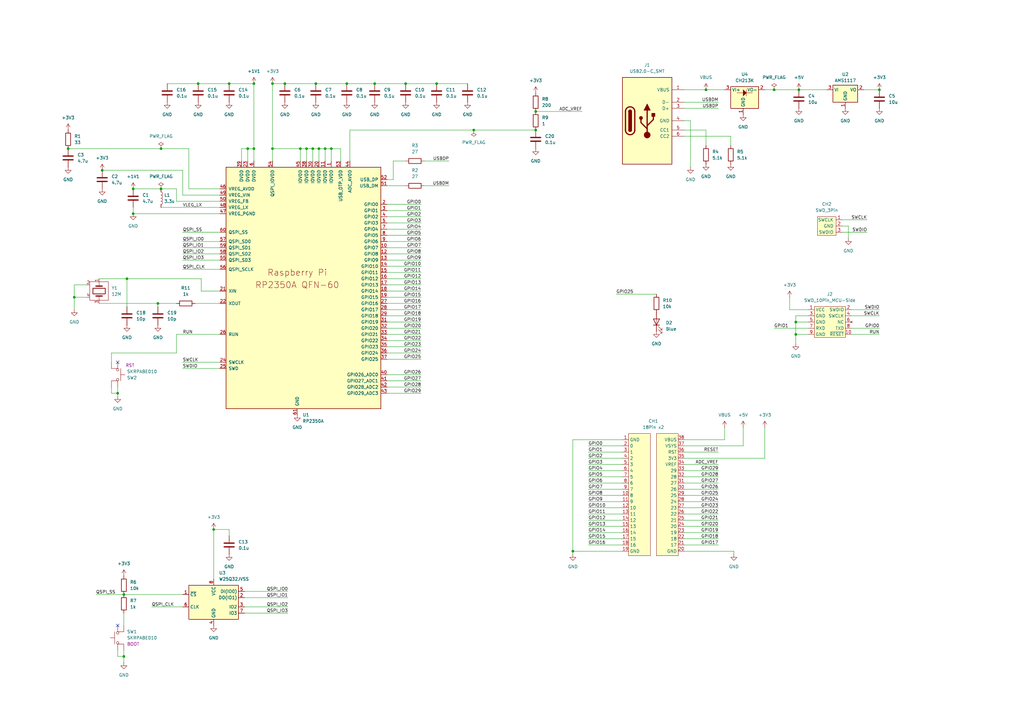
<source format=kicad_sch>
(kicad_sch (version 20231120) (generator "eeschema") (generator_version "8.0")
  (paper "A3")
  (junction (at 111.76 34.29))
  (junction (at 87.63 217.17))
  (junction (at 52.07 114.3))
  (junction (at 326.39 137.16))
  (junction (at 317.5 36.83))
  (junction (at 194.31 53.34))
  (junction (at 54.61 87.63))
  (junction (at 133.35 60.96))
  (junction (at 54.61 77.47))
  (junction (at 30.48 121.92))
  (junction (at 234.95 226.06))
  (junction (at 50.8 269.24))
  (junction (at 111.76 60.96))
  (junction (at 128.27 60.96))
  (junction (at 104.14 34.29))
  (junction (at 179.07 34.29))
  (junction (at 123.19 60.96))
  (junction (at 93.98 34.29))
  (junction (at 48.26 161.29))
  (junction (at 125.73 60.96))
  (junction (at 142.24 34.29))
  (junction (at 116.84 34.29))
  (junction (at 153.67 34.29))
  (junction (at 130.81 60.96))
  (junction (at 219.71 53.34))
  (junction (at 81.28 34.29))
  (junction (at 219.71 45.72))
  (junction (at 27.94 60.96))
  (junction (at 41.91 69.85))
  (junction (at 101.6 60.96))
  (junction (at 166.37 34.29))
  (junction (at 50.8 243.84))
  (junction (at 64.77 124.46))
  (junction (at 327.66 36.83))
  (junction (at 129.54 34.29))
  (junction (at 289.56 36.83))
  (junction (at 360.68 36.83))
  (junction (at 104.14 60.96))
  (junction (at 135.89 60.96))
  (junction (at 326.39 132.08))
  (junction (at 66.04 77.47))
  (junction (at 66.04 60.96))
  (no_connect (at 48.26 148.59))
  (no_connect (at 48.26 256.54))
  (wire (pts (xy 62.23 248.92) (xy 74.93 248.92)))
  (wire (pts (xy 326.39 137.16) (xy 326.39 140.97)))
  (wire (pts (xy 255.27 220.98) (xy 241.3 220.98)))
  (wire (pts (xy 280.67 215.9) (xy 294.64 215.9)))
  (wire (pts (xy 130.81 66.04) (xy 130.81 60.96)))
  (wire (pts (xy 111.76 34.29) (xy 116.84 34.29)))
  (wire (pts (xy 66.04 60.96) (xy 27.94 60.96)))
  (wire (pts (xy 280.67 180.34) (xy 297.18 180.34)))
  (wire (pts (xy 255.27 210.82) (xy 241.3 210.82)))
  (wire (pts (xy 39.37 243.84) (xy 50.8 243.84)))
  (wire (pts (xy 74.93 110.49) (xy 90.17 110.49)))
  (wire (pts (xy 90.17 77.47) (xy 77.47 77.47)))
  (wire (pts (xy 304.8 182.88) (xy 280.67 182.88)))
  (wire (pts (xy 72.39 137.16) (xy 90.17 137.16)))
  (wire (pts (xy 153.67 34.29) (xy 166.37 34.29)))
  (wire (pts (xy 304.8 175.26) (xy 304.8 182.88)))
  (wire (pts (xy 48.26 158.75) (xy 48.26 161.29)))
  (wire (pts (xy 77.47 77.47) (xy 77.47 60.96)))
  (wire (pts (xy 93.98 34.29) (xy 104.14 34.29)))
  (wire (pts (xy 280.67 205.74) (xy 294.64 205.74)))
  (wire (pts (xy 80.01 124.46) (xy 90.17 124.46)))
  (wire (pts (xy 133.35 60.96) (xy 133.35 66.04)))
  (wire (pts (xy 130.81 60.96) (xy 133.35 60.96)))
  (wire (pts (xy 125.73 60.96) (xy 128.27 60.96)))
  (wire (pts (xy 323.85 121.92) (xy 323.85 127)))
  (wire (pts (xy 158.75 106.68) (xy 172.72 106.68)))
  (wire (pts (xy 166.37 34.29) (xy 179.07 34.29)))
  (wire (pts (xy 331.47 129.54) (xy 326.39 129.54)))
  (wire (pts (xy 345.44 95.25) (xy 355.6 95.25)))
  (wire (pts (xy 317.5 36.83) (xy 327.66 36.83)))
  (wire (pts (xy 158.75 124.46) (xy 172.72 124.46)))
  (wire (pts (xy 133.35 60.96) (xy 135.89 60.96)))
  (wire (pts (xy 280.67 203.2) (xy 294.64 203.2)))
  (wire (pts (xy 74.93 99.06) (xy 90.17 99.06)))
  (wire (pts (xy 158.75 129.54) (xy 172.72 129.54)))
  (wire (pts (xy 158.75 116.84) (xy 172.72 116.84)))
  (wire (pts (xy 349.25 127) (xy 360.68 127)))
  (wire (pts (xy 280.67 200.66) (xy 294.64 200.66)))
  (wire (pts (xy 219.71 45.72) (xy 238.76 45.72)))
  (wire (pts (xy 50.8 256.54) (xy 50.8 251.46)))
  (wire (pts (xy 72.39 144.78) (xy 72.39 137.16)))
  (wire (pts (xy 255.27 200.66) (xy 241.3 200.66)))
  (wire (pts (xy 116.84 34.29) (xy 129.54 34.29)))
  (wire (pts (xy 54.61 77.47) (xy 66.04 77.47)))
  (wire (pts (xy 280.67 187.96) (xy 313.69 187.96)))
  (wire (pts (xy 143.51 53.34) (xy 194.31 53.34)))
  (wire (pts (xy 158.75 142.24) (xy 172.72 142.24)))
  (wire (pts (xy 99.06 66.04) (xy 99.06 60.96)))
  (wire (pts (xy 158.75 88.9) (xy 172.72 88.9)))
  (wire (pts (xy 299.72 55.88) (xy 299.72 59.69)))
  (wire (pts (xy 90.17 85.09) (xy 66.04 85.09)))
  (wire (pts (xy 283.21 49.53) (xy 280.67 49.53)))
  (wire (pts (xy 158.75 139.7) (xy 172.72 139.7)))
  (wire (pts (xy 349.25 134.62) (xy 360.68 134.62)))
  (wire (pts (xy 327.66 36.83) (xy 339.09 36.83)))
  (wire (pts (xy 81.28 34.29) (xy 93.98 34.29)))
  (wire (pts (xy 354.33 36.83) (xy 360.68 36.83)))
  (wire (pts (xy 347.98 92.71) (xy 347.98 97.79)))
  (wire (pts (xy 74.93 148.59) (xy 90.17 148.59)))
  (wire (pts (xy 128.27 66.04) (xy 128.27 60.96)))
  (wire (pts (xy 77.47 60.96) (xy 66.04 60.96)))
  (wire (pts (xy 313.69 187.96) (xy 313.69 175.26)))
  (wire (pts (xy 349.25 129.54) (xy 360.68 129.54)))
  (wire (pts (xy 300.99 227.33) (xy 300.99 226.06)))
  (wire (pts (xy 313.69 36.83) (xy 317.5 36.83)))
  (wire (pts (xy 72.39 82.55) (xy 72.39 77.47)))
  (wire (pts (xy 123.19 60.96) (xy 111.76 60.96)))
  (wire (pts (xy 280.67 36.83) (xy 289.56 36.83)))
  (wire (pts (xy 74.93 80.01) (xy 74.93 69.85)))
  (wire (pts (xy 52.07 125.73) (xy 52.07 114.3)))
  (wire (pts (xy 234.95 180.34) (xy 255.27 180.34)))
  (wire (pts (xy 74.93 101.6) (xy 90.17 101.6)))
  (wire (pts (xy 234.95 226.06) (xy 255.27 226.06)))
  (wire (pts (xy 280.67 198.12) (xy 294.64 198.12)))
  (wire (pts (xy 158.75 144.78) (xy 172.72 144.78)))
  (wire (pts (xy 317.5 134.62) (xy 331.47 134.62)))
  (wire (pts (xy 158.75 96.52) (xy 172.72 96.52)))
  (wire (pts (xy 158.75 121.92) (xy 172.72 121.92)))
  (wire (pts (xy 280.67 226.06) (xy 300.99 226.06)))
  (wire (pts (xy 101.6 66.04) (xy 101.6 60.96)))
  (wire (pts (xy 45.72 158.75) (xy 45.72 161.29)))
  (wire (pts (xy 255.27 182.88) (xy 241.3 182.88)))
  (wire (pts (xy 50.8 271.78) (xy 50.8 269.24)))
  (wire (pts (xy 158.75 132.08) (xy 172.72 132.08)))
  (wire (pts (xy 255.27 185.42) (xy 241.3 185.42)))
  (wire (pts (xy 234.95 226.06) (xy 234.95 180.34)))
  (wire (pts (xy 48.26 161.29) (xy 48.26 162.56)))
  (wire (pts (xy 93.98 217.17) (xy 93.98 219.71)))
  (wire (pts (xy 280.67 44.45) (xy 294.64 44.45)))
  (wire (pts (xy 326.39 137.16) (xy 331.47 137.16)))
  (wire (pts (xy 158.75 156.21) (xy 172.72 156.21)))
  (wire (pts (xy 166.37 66.04) (xy 161.29 66.04)))
  (wire (pts (xy 100.33 248.92) (xy 118.11 248.92)))
  (wire (pts (xy 173.99 76.2) (xy 184.15 76.2)))
  (wire (pts (xy 255.27 193.04) (xy 241.3 193.04)))
  (wire (pts (xy 280.67 53.34) (xy 289.56 53.34)))
  (wire (pts (xy 194.31 53.34) (xy 219.71 53.34)))
  (wire (pts (xy 135.89 60.96) (xy 135.89 66.04)))
  (wire (pts (xy 255.27 208.28) (xy 241.3 208.28)))
  (wire (pts (xy 158.75 99.06) (xy 172.72 99.06)))
  (wire (pts (xy 158.75 111.76) (xy 172.72 111.76)))
  (wire (pts (xy 64.77 124.46) (xy 64.77 125.73)))
  (wire (pts (xy 35.56 116.84) (xy 30.48 116.84)))
  (wire (pts (xy 139.7 60.96) (xy 139.7 66.04)))
  (wire (pts (xy 50.8 269.24) (xy 50.8 266.7)))
  (wire (pts (xy 255.27 223.52) (xy 241.3 223.52)))
  (wire (pts (xy 326.39 129.54) (xy 326.39 132.08)))
  (wire (pts (xy 255.27 215.9) (xy 241.3 215.9)))
  (wire (pts (xy 326.39 132.08) (xy 331.47 132.08)))
  (wire (pts (xy 255.27 218.44) (xy 241.3 218.44)))
  (wire (pts (xy 255.27 195.58) (xy 241.3 195.58)))
  (wire (pts (xy 104.14 60.96) (xy 104.14 66.04)))
  (wire (pts (xy 45.72 144.78) (xy 72.39 144.78)))
  (wire (pts (xy 30.48 116.84) (xy 30.48 121.92)))
  (wire (pts (xy 100.33 251.46) (xy 118.11 251.46)))
  (wire (pts (xy 125.73 66.04) (xy 125.73 60.96)))
  (wire (pts (xy 90.17 87.63) (xy 54.61 87.63)))
  (wire (pts (xy 280.67 193.04) (xy 294.64 193.04)))
  (wire (pts (xy 158.75 147.32) (xy 172.72 147.32)))
  (wire (pts (xy 74.93 106.68) (xy 90.17 106.68)))
  (wire (pts (xy 255.27 213.36) (xy 241.3 213.36)))
  (wire (pts (xy 280.67 218.44) (xy 294.64 218.44)))
  (wire (pts (xy 142.24 34.29) (xy 153.67 34.29)))
  (wire (pts (xy 82.55 119.38) (xy 82.55 114.3)))
  (wire (pts (xy 280.67 223.52) (xy 294.64 223.52)))
  (wire (pts (xy 255.27 198.12) (xy 241.3 198.12)))
  (wire (pts (xy 30.48 121.92) (xy 35.56 121.92)))
  (wire (pts (xy 158.75 127) (xy 172.72 127)))
  (wire (pts (xy 158.75 93.98) (xy 172.72 93.98)))
  (wire (pts (xy 331.47 127) (xy 323.85 127)))
  (wire (pts (xy 158.75 101.6) (xy 172.72 101.6)))
  (wire (pts (xy 158.75 109.22) (xy 172.72 109.22)))
  (wire (pts (xy 255.27 190.5) (xy 241.3 190.5)))
  (wire (pts (xy 158.75 114.3) (xy 172.72 114.3)))
  (wire (pts (xy 64.77 124.46) (xy 72.39 124.46)))
  (wire (pts (xy 280.67 195.58) (xy 294.64 195.58)))
  (wire (pts (xy 30.48 121.92) (xy 30.48 127)))
  (wire (pts (xy 129.54 34.29) (xy 142.24 34.29)))
  (wire (pts (xy 255.27 187.96) (xy 241.3 187.96)))
  (wire (pts (xy 101.6 60.96) (xy 104.14 60.96)))
  (wire (pts (xy 52.07 114.3) (xy 82.55 114.3)))
  (wire (pts (xy 100.33 242.57) (xy 118.11 242.57)))
  (wire (pts (xy 128.27 60.96) (xy 130.81 60.96)))
  (wire (pts (xy 345.44 92.71) (xy 347.98 92.71)))
  (wire (pts (xy 289.56 53.34) (xy 289.56 59.69)))
  (wire (pts (xy 280.67 208.28) (xy 294.64 208.28)))
  (wire (pts (xy 280.67 190.5) (xy 294.64 190.5)))
  (wire (pts (xy 255.27 205.74) (xy 241.3 205.74)))
  (wire (pts (xy 158.75 158.75) (xy 172.72 158.75)))
  (wire (pts (xy 161.29 66.04) (xy 161.29 73.66)))
  (wire (pts (xy 143.51 53.34) (xy 143.51 66.04)))
  (wire (pts (xy 283.21 68.58) (xy 283.21 49.53)))
  (wire (pts (xy 158.75 91.44) (xy 172.72 91.44)))
  (wire (pts (xy 48.26 266.7) (xy 48.26 269.24)))
  (wire (pts (xy 104.14 34.29) (xy 104.14 60.96)))
  (wire (pts (xy 161.29 73.66) (xy 158.75 73.66)))
  (wire (pts (xy 280.67 220.98) (xy 294.64 220.98)))
  (wire (pts (xy 158.75 83.82) (xy 172.72 83.82)))
  (wire (pts (xy 48.26 269.24) (xy 50.8 269.24)))
  (wire (pts (xy 66.04 77.47) (xy 72.39 77.47)))
  (wire (pts (xy 100.33 245.11) (xy 118.11 245.11)))
  (wire (pts (xy 280.67 210.82) (xy 294.64 210.82)))
  (wire (pts (xy 280.67 55.88) (xy 299.72 55.88)))
  (wire (pts (xy 40.64 124.46) (xy 64.77 124.46)))
  (wire (pts (xy 99.06 60.96) (xy 101.6 60.96)))
  (wire (pts (xy 74.93 104.14) (xy 90.17 104.14)))
  (wire (pts (xy 280.67 213.36) (xy 294.64 213.36)))
  (wire (pts (xy 345.44 90.17) (xy 355.6 90.17)))
  (wire (pts (xy 255.27 203.2) (xy 241.3 203.2)))
  (wire (pts (xy 123.19 66.04) (xy 123.19 60.96)))
  (wire (pts (xy 289.56 36.83) (xy 297.18 36.83)))
  (wire (pts (xy 123.19 60.96) (xy 125.73 60.96)))
  (wire (pts (xy 158.75 137.16) (xy 172.72 137.16)))
  (wire (pts (xy 297.18 180.34) (xy 297.18 175.26)))
  (wire (pts (xy 158.75 134.62) (xy 172.72 134.62)))
  (wire (pts (xy 54.61 87.63) (xy 54.61 85.09)))
  (wire (pts (xy 158.75 76.2) (xy 166.37 76.2)))
  (wire (pts (xy 40.64 114.3) (xy 52.07 114.3)))
  (wire (pts (xy 326.39 132.08) (xy 326.39 137.16)))
  (wire (pts (xy 74.93 69.85) (xy 41.91 69.85)))
  (wire (pts (xy 280.67 185.42) (xy 294.64 185.42)))
  (wire (pts (xy 280.67 41.91) (xy 294.64 41.91)))
  (wire (pts (xy 68.58 34.29) (xy 81.28 34.29)))
  (wire (pts (xy 158.75 153.67) (xy 172.72 153.67)))
  (wire (pts (xy 45.72 144.78) (xy 45.72 148.59)))
  (wire (pts (xy 234.95 227.33) (xy 234.95 226.06)))
  (wire (pts (xy 252.73 120.65) (xy 269.24 120.65)))
  (wire (pts (xy 93.98 217.17) (xy 87.63 217.17)))
  (wire (pts (xy 158.75 104.14) (xy 172.72 104.14)))
  (wire (pts (xy 74.93 151.13) (xy 90.17 151.13)))
  (wire (pts (xy 90.17 82.55) (xy 72.39 82.55)))
  (wire (pts (xy 90.17 119.38) (xy 82.55 119.38)))
  (wire (pts (xy 74.93 95.25) (xy 90.17 95.25)))
  (wire (pts (xy 135.89 60.96) (xy 139.7 60.96)))
  (wire (pts (xy 111.76 60.96) (xy 111.76 66.04)))
  (wire (pts (xy 50.8 243.84) (xy 74.93 243.84)))
  (wire (pts (xy 45.72 161.29) (xy 48.26 161.29)))
  (wire (pts (xy 158.75 119.38) (xy 172.72 119.38)))
  (wire (pts (xy 179.07 34.29) (xy 191.77 34.29)))
  (wire (pts (xy 90.17 80.01) (xy 74.93 80.01)))
  (wire (pts (xy 173.99 66.04) (xy 184.15 66.04)))
  (wire (pts (xy 87.63 217.17) (xy 87.63 237.49)))
  (wire (pts (xy 158.75 86.36) (xy 172.72 86.36)))
  (wire (pts (xy 349.25 137.16) (xy 360.68 137.16)))
  (wire (pts (xy 111.76 34.29) (xy 111.76 60.96)))
  (wire (pts (xy 158.75 161.29) (xy 172.72 161.29)))
  (label "GPIO13" (at 241.3 215.9 0))
  (label "GPIO9" (at 172.72 106.68 180))
  (label "GPIO15" (at 241.3 220.98 0))
  (label "ADC_VREF" (at 238.76 45.72 180))
  (label "QSPI_IO0" (at 74.93 99.06 0))
  (label "GPIO11" (at 241.3 210.82 0))
  (label "QSPI_IO1" (at 74.93 101.6 0))
  (label "GPIO21" (at 172.72 137.16 180))
  (label "QSPI_IO3" (at 118.11 251.46 180))
  (label "GPIO14" (at 241.3 218.44 0))
  (label "GPIO0" (at 172.72 83.82 180))
  (label "GPIO23" (at 294.64 208.28 180))
  (label "SWDIO" (at 74.93 151.13 0))
  (label "GPIO26" (at 172.72 153.67 180))
  (label "GPIO5" (at 241.3 195.58 0))
  (label "GPIO6" (at 172.72 99.06 180))
  (label "GPIO7" (at 172.72 101.6 180))
  (label "GPIO13" (at 172.72 116.84 180))
  (label "GPIO17" (at 172.72 127 180))
  (label "GPIO4" (at 172.72 93.98 180))
  (label "QSPI_SS" (at 39.37 243.84 0))
  (label "QSPI_IO0" (at 118.11 242.57 180))
  (label "GPIO11" (at 172.72 111.76 180))
  (label "GPIO8" (at 241.3 203.2 0))
  (label "USBDM" (at 294.64 41.91 180))
  (label "USBDP" (at 294.64 44.45 180))
  (label "GPIO28" (at 294.64 195.58 180))
  (label "GPIO24" (at 172.72 144.78 180))
  (label "QSPI_CLK" (at 74.93 110.49 0))
  (label "GPIO25" (at 172.72 147.32 180))
  (label "QSPI_IO2" (at 74.93 104.14 0))
  (label "GPIO14" (at 172.72 119.38 180))
  (label "GPIO20" (at 294.64 215.9 180))
  (label "GPIO23" (at 172.72 142.24 180))
  (label "GPIO29" (at 172.72 161.29 180))
  (label "GPIO29" (at 294.64 193.04 180))
  (label "GPIO12" (at 241.3 213.36 0))
  (label "GPIO12" (at 172.72 114.3 180))
  (label "GPIO27" (at 172.72 156.21 180))
  (label "GPIO28" (at 172.72 158.75 180))
  (label "GPIO1" (at 172.72 86.36 180))
  (label "GPIO1" (at 317.5 134.62 0))
  (label "GPIO4" (at 241.3 193.04 0))
  (label "SWDIO" (at 360.68 127 180))
  (label "GPIO19" (at 172.72 132.08 180))
  (label "GPIO9" (at 241.3 205.74 0))
  (label "ADC_VREF" (at 294.64 190.5 180))
  (label "GPIO21" (at 294.64 213.36 180))
  (label "SWCLK" (at 74.93 148.59 0))
  (label "GPIO20" (at 172.72 134.62 180))
  (label "USBDP" (at 184.15 66.04 180))
  (label "QSPI_IO1" (at 118.11 245.11 180))
  (label "GPIO25" (at 252.73 120.65 0))
  (label "GPIO0" (at 241.3 182.88 0))
  (label "GPIO25" (at 294.64 203.2 180))
  (label "GPIO22" (at 294.64 210.82 180))
  (label "GPIO27" (at 294.64 198.12 180))
  (label "GPIO15" (at 172.72 121.92 180))
  (label "QSPI_SS" (at 74.93 95.25 0))
  (label "GPIO0" (at 360.68 134.62 180))
  (label "GPIO6" (at 241.3 198.12 0))
  (label "GPIO17" (at 294.64 223.52 180))
  (label "GPIO26" (at 294.64 200.66 180))
  (label "GPIO18" (at 294.64 220.98 180))
  (label "GPIO24" (at 294.64 205.74 180))
  (label "VLEG_LX" (at 74.93 85.09 0))
  (label "GPIO3" (at 172.72 91.44 180))
  (label "QSPI_CLK" (at 62.23 248.92 0))
  (label "SWCLK" (at 360.68 129.54 180))
  (label "GPIO7" (at 241.3 200.66 0))
  (label "USBDM" (at 184.15 76.2 180))
  (label "GPIO2" (at 172.72 88.9 180))
  (label "GPIO8" (at 172.72 104.14 180))
  (label "QSPI_IO3" (at 74.93 106.68 0))
  (label "SWCLK" (at 355.6 90.17 180))
  (label "GPIO22" (at 172.72 139.7 180))
  (label "GPIO5" (at 172.72 96.52 180))
  (label "RUN" (at 360.68 137.16 180))
  (label "GPIO19" (at 294.64 218.44 180))
  (label "GPIO18" (at 172.72 129.54 180))
  (label "GPIO10" (at 241.3 208.28 0))
  (label "RUN" (at 74.93 137.16 0))
  (label "QSPI_IO2" (at 118.11 248.92 180))
  (label "RESET" (at 294.64 185.42 180))
  (label "GPIO10" (at 172.72 109.22 180))
  (label "GPIO16" (at 241.3 223.52 0))
  (label "GPIO1" (at 241.3 185.42 0))
  (label "GPIO2" (at 241.3 187.96 0))
  (label "GPIO3" (at 241.3 190.5 0))
  (label "SWDIO" (at 355.6 95.25 180))
  (label "GPIO16" (at 172.72 124.46 180))
  (symbol (lib_id "power:GND") (at 27.94 68.58 0) (unit 1)
    (property "Reference" "#PWR06" (effects (hide yes)))
    (property "Value" "GND" (at 27.94 73.66 0))
    (property "Description" "Power symbol creates a global label with name \"GND\" , ground" (effects (hide yes)))
  )
  (symbol (lib_id "power:+3V3") (at 313.69 175.26 0) (unit 1)
    (property "Reference" "#PWR045" (effects (hide yes)))
    (property "Value" "+3V3" (at 313.69 170.18 0))
    (property "Description" "Power symbol creates a global label with name \"+3V3\"" (effects (hide yes)))
  )
  (symbol (lib_id "power:GND") (at 50.8 271.78 0) (unit 1)
    (property "Reference" "#PWR031" (effects (hide yes)))
    (property "Value" "GND" (at 50.8 276.86 0))
    (property "Description" "Power symbol creates a global label with name \"GND\" , ground" (effects (hide yes)))
  )
  (symbol (lib_id "power:GND") (at 116.84 41.91 0) (unit 1)
    (property "Reference" "#PWR016" (effects (hide yes)))
    (property "Value" "GND" (at 116.84 46.99 0))
    (property "Description" "Power symbol creates a global label with name \"GND\" , ground" (effects (hide yes)))
  )
  (symbol (lib_id "power:GND") (at 304.8 46.99 0) (unit 1)
    (property "Reference" "#PWR049" (effects (hide yes)))
    (property "Value" "GND" (at 304.8 52.07 0))
    (property "Description" "Power symbol creates a global label with name \"GND\" , ground" (effects (hide yes)))
  )
  (symbol (lib_id "power:GND") (at 41.91 77.47 0) (unit 1)
    (property "Reference" "#PWR03" (effects (hide yes)))
    (property "Value" "GND" (at 41.91 82.55 0))
    (property "Description" "Power symbol creates a global label with name \"GND\" , ground" (effects (hide yes)))
  )
  (symbol (lib_id "74th_Interface:SWD_10Pin_MCU-Side") (at 340.36 129.54 0) (unit 1)
    (property "Reference" "J2" (at 340.36 120.65 0))
    (property "Value" "SWD_10Pin_MCU-Side" (at 340.36 123.19 0))
    (property "Footprint" "74th:Connector_HalfPinHeader_SWD" (effects (hide yes)))
  )
  (symbol (lib_id "power:GND") (at 48.26 162.56 0) (unit 1)
    (property "Reference" "#PWR037" (effects (hide yes)))
    (property "Value" "GND" (at 48.26 167.64 0))
    (property "Description" "Power symbol creates a global label with name \"GND\" , ground" (effects (hide yes)))
  )
  (symbol (lib_id "Device:R") (at 269.24 124.46 180) (unit 1)
    (property "Reference" "R10" (at 271.78 123.1899 0) (effects (justify right)))
    (property "Value" "10k" (at 271.78 125.7299 0) (effects (justify right)))
    (property "Footprint" "74th:Register_0603_1608" (effects (hide yes)))
    (property "Description" "Resistor" (effects (hide yes)))
  )
  (symbol (lib_id "power:GND") (at 54.61 87.63 0) (unit 1)
    (property "Reference" "#PWR02" (effects (hide yes)))
    (property "Value" "GND" (at 54.61 92.71 0))
    (property "Description" "Power symbol creates a global label with name \"GND\" , ground" (effects (hide yes)))
  )
  (symbol (lib_id "power:GND") (at 269.24 135.89 0) (unit 1)
    (property "Reference" "#PWR040" (effects (hide yes)))
    (property "Value" "GND" (at 269.24 140.97 0))
    (property "Description" "Power symbol creates a global label with name \"GND\" , ground" (effects (hide yes)))
  )
  (symbol (lib_id "power:GND") (at 179.07 41.91 0) (unit 1)
    (property "Reference" "#PWR021" (effects (hide yes)))
    (property "Value" "GND" (at 179.07 46.99 0))
    (property "Description" "Power symbol creates a global label with name \"GND\" , ground" (effects (hide yes)))
  )
  (symbol (lib_id "power:GND") (at 93.98 41.91 0) (unit 1)
    (property "Reference" "#PWR027" (effects (hide yes)))
    (property "Value" "GND" (at 93.98 46.99 0))
    (property "Description" "Power symbol creates a global label with name \"GND\" , ground" (effects (hide yes)))
  )
  (symbol (lib_id "power:GND") (at 219.71 60.96 0) (unit 1)
    (property "Reference" "#PWR039" (effects (hide yes)))
    (property "Value" "GND" (at 219.71 66.04 0))
    (property "Description" "Power symbol creates a global label with name \"GND\" , ground" (effects (hide yes)))
  )
  (symbol (lib_id "Device:R") (at 50.8 240.03 0) (unit 1)
    (property "Reference" "R6" (at 53.34 238.7599 0) (effects (justify left)))
    (property "Value" "10k" (at 53.34 241.2999 0) (effects (justify left)))
    (property "Footprint" "74th:Register_0603_1608" (effects (hide yes)))
    (property "Description" "Resistor" (effects (hide yes)))
  )
  (symbol (lib_id "power:GND") (at 129.54 41.91 0) (unit 1)
    (property "Reference" "#PWR017" (effects (hide yes)))
    (property "Value" "GND" (at 129.54 46.99 0))
    (property "Description" "Power symbol creates a global label with name \"GND\" , ground" (effects (hide yes)))
  )
  (symbol (lib_id "power:GND") (at 153.67 41.91 0) (unit 1)
    (property "Reference" "#PWR019" (effects (hide yes)))
    (property "Value" "GND" (at 153.67 46.99 0))
    (property "Description" "Power symbol creates a global label with name \"GND\" , ground" (effects (hide yes)))
  )
  (symbol (lib_id "Device:R") (at 289.56 63.5 0) (unit 1)
    (property "Reference" "R4" (at 292.1 62.2299 0) (effects (justify left)))
    (property "Value" "5.1k" (at 292.1 64.7699 0) (effects (justify left)))
    (property "Footprint" "74th:Register_0603_1608" (effects (hide yes)))
    (property "Description" "Resistor" (effects (hide yes)))
  )
  (symbol (lib_id "power:VBUS") (at 289.56 36.83 0) (unit 1)
    (property "Reference" "#PWR047" (effects (hide yes)))
    (property "Value" "VBUS" (at 289.56 31.75 0))
    (property "Description" "Power symbol creates a global label with name \"VBUS\"" (effects (hide yes)))
  )
  (symbol (lib_id "power:+3V3") (at 219.71 38.1 0) (unit 1)
    (property "Reference" "#PWR038" (effects (hide yes)))
    (property "Value" "+3V3" (at 219.71 33.02 0))
    (property "Description" "Power symbol creates a global label with name \"+3V3\"" (effects (hide yes)))
  )
  (symbol (lib_id "power:GND") (at 93.98 227.33 0) (unit 1)
    (property "Reference" "#PWR029" (effects (hide yes)))
    (property "Value" "GND" (at 93.98 232.41 0))
    (property "Description" "Power symbol creates a global label with name \"GND\" , ground" (effects (hide yes)))
  )
  (symbol (lib_id "Device:C") (at 54.61 81.28 0) (unit 1)
    (property "Reference" "C1" (at 58.42 80.0099 0) (effects (justify left)))
    (property "Value" "4.7u" (at 58.42 82.5499 0) (effects (justify left)))
    (property "Footprint" "74th:Capacitor_0603_1608" (effects (hide yes)))
    (property "Description" "Unpolarized capacitor" (effects (hide yes)))
  )
  (symbol (lib_id "Device:R") (at 299.72 63.5 0) (unit 1)
    (property "Reference" "R5" (at 302.26 62.2299 0) (effects (justify left)))
    (property "Value" "5.1k" (at 302.26 64.7699 0) (effects (justify left)))
    (property "Footprint" "74th:Register_0603_1608" (effects (hide yes)))
    (property "Description" "Resistor" (effects (hide yes)))
  )
  (symbol (lib_id "power:GND") (at 360.68 44.45 0) (unit 1)
    (property "Reference" "#PWR09" (effects (hide yes)))
    (property "Value" "GND" (at 360.68 49.53 0))
    (property "Description" "Power symbol creates a global label with name \"GND\" , ground" (effects (hide yes)))
  )
  (symbol (lib_id "Device:C") (at 142.24 38.1 0) (unit 1)
    (property "Reference" "C8" (at 146.05 36.8299 0) (effects (justify left)))
    (property "Value" "0.1u" (at 146.05 39.3699 0) (effects (justify left)))
    (property "Footprint" "74th:Capacitor_0603_1608" (effects (hide yes)))
    (property "Description" "Unpolarized capacitor" (effects (hide yes)))
  )
  (symbol (lib_id "power:PWR_FLAG") (at 66.04 60.96 0) (unit 1)
    (property "Reference" "#FLG03" (effects (hide yes)))
    (property "Value" "PWR_FLAG" (at 66.04 55.88 0))
    (property "Description" "Special symbol for telling ERC where power comes from" (effects (hide yes)))
  )
  (symbol (lib_id "Device:C") (at 52.07 129.54 0) (unit 1)
    (property "Reference" "C18" (at 55.88 128.2699 0) (effects (justify left)))
    (property "Value" "10p" (at 55.88 130.8099 0) (effects (justify left)))
    (property "Footprint" "74th:Capacitor_0603_1608" (effects (hide yes)))
    (property "Description" "Unpolarized capacitor" (effects (hide yes)))
  )
  (symbol (lib_id "Device:R") (at 76.2 124.46 90) (unit 1)
    (property "Reference" "R11" (at 76.2 118.11 90))
    (property "Value" "1k" (at 76.2 120.65 90))
    (property "Footprint" "74th:Register_0603_1608" (effects (hide yes)))
    (property "Description" "Resistor" (effects (hide yes)))
  )
  (symbol (lib_id "Device:R") (at 219.71 41.91 0) (unit 1)
    (property "Reference" "R8" (at 222.25 40.6399 0) (effects (justify left)))
    (property "Value" "200" (at 222.25 43.1799 0) (effects (justify left)))
    (property "Footprint" "74th:Register_0603_1608" (effects (hide yes)))
    (property "Description" "Resistor" (effects (hide yes)))
  )
  (symbol (lib_id "power:PWR_FLAG") (at 66.04 77.47 0) (unit 1)
    (property "Reference" "#FLG02" (effects (hide yes)))
    (property "Value" "PWR_FLAG" (at 66.04 72.39 0))
    (property "Description" "Special symbol for telling ERC where power comes from" (effects (hide yes)))
  )
  (symbol (lib_id "74th_Interface:SW_Push_Pin-4") (at 48.26 261.62 90) (unit 1)
    (property "Reference" "SW1" (at 52.07 259.0799 90) (effects (justify right)))
    (property "Value" "SKRPABE010" (at 52.07 261.6199 90) (effects (justify right)))
    (property "Footprint" "74th:Switch_SKRPABE010_Pin-4" (effects (hide yes)))
    (property "Description" "import from kicad" (effects (hide yes)))
    (property "Function" "BOOT" (at 52.07 264.1599 90) (effects (justify right)))
  )
  (symbol (lib_id "74th_Passive:AMS1117-3.3_Regulator_SOT89") (at 346.71 36.83 0) (unit 1)
    (property "Reference" "U2" (at 346.71 30.48 0))
    (property "Value" "AMS1117" (at 346.71 33.02 0))
    (property "Footprint" "74th:Package_SOT-89-3" (effects (hide yes)))
    (property "Description" "1A Low Dropout regulator, positive, adjustable output, SOT-223" (effects (hide yes)))
  )
  (symbol (lib_id "Device:C") (at 327.66 40.64 0) (unit 1)
    (property "Reference" "C4" (at 331.47 39.3699 0) (effects (justify left)))
    (property "Value" "10u" (at 331.47 41.9099 0) (effects (justify left)))
    (property "Footprint" "74th:Capacitor_0603_1608" (effects (hide yes)))
    (property "Description" "Unpolarized capacitor" (effects (hide yes)))
  )
  (symbol (lib_id "power:GND") (at 52.07 133.35 0) (unit 1)
    (property "Reference" "#PWR035" (effects (hide yes)))
    (property "Value" "GND" (at 52.07 138.43 0))
    (property "Description" "Power symbol creates a global label with name \"GND\" , ground" (effects (hide yes)))
  )
  (symbol (lib_id "Device:C") (at 68.58 38.1 0) (unit 1)
    (property "Reference" "C16" (at 72.39 36.8299 0) (effects (justify left)))
    (property "Value" "0.1u" (at 72.39 39.3699 0) (effects (justify left)))
    (property "Footprint" "74th:Capacitor_0603_1608" (effects (hide yes)))
    (property "Description" "Unpolarized capacitor" (effects (hide yes)))
  )
  (symbol (lib_id "74th_Interface:Pin_19x2_RP2350-Full") (at 267.97 179.07 0) (unit 1)
    (property "Reference" "CH1" (at 267.97 172.72 0))
    (property "Value" "18Pin x2" (at 267.97 175.26 0))
    (property "Footprint" "74th:PinOut_RP2350-Full" (effects (hide yes)))
  )
  (symbol (lib_id "power:GND") (at 346.71 44.45 0) (unit 1)
    (property "Reference" "#PWR08" (effects (hide yes)))
    (property "Value" "GND" (at 346.71 49.53 0))
    (property "Description" "Power symbol creates a global label with name \"GND\" , ground" (effects (hide yes)))
  )
  (symbol (lib_id "power:+3V3") (at 111.76 34.29 0) (unit 1)
    (property "Reference" "#PWR015" (effects (hide yes)))
    (property "Value" "+3V3" (at 111.76 29.21 0))
    (property "Description" "Power symbol creates a global label with name \"+3V3\"" (effects (hide yes)))
  )
  (symbol (lib_id "power:+3V3") (at 27.94 53.34 0) (unit 1)
    (property "Reference" "#PWR05" (effects (hide yes)))
    (property "Value" "+3V3" (at 27.94 48.26 0))
    (property "Description" "Power symbol creates a global label with name \"+3V3\"" (effects (hide yes)))
  )
  (symbol (lib_id "power:PWR_FLAG") (at 317.5 36.83 0) (unit 1)
    (property "Reference" "#FLG01" (effects (hide yes)))
    (property "Value" "PWR_FLAG" (at 317.5 31.75 0))
    (property "Description" "Special symbol for telling ERC where power comes from" (effects (hide yes)))
  )
  (symbol (lib_id "Device:C") (at 219.71 57.15 0) (unit 1)
    (property "Reference" "C20" (at 223.52 55.8799 0) (effects (justify left)))
    (property "Value" "0.1u" (at 223.52 58.4199 0) (effects (justify left)))
    (property "Footprint" "74th:Capacitor_0603_1608" (effects (hide yes)))
    (property "Description" "Unpolarized capacitor" (effects (hide yes)))
  )
  (symbol (lib_id "74th_Passive:CH213K_Ideal-Diode-for-USB-Power") (at 304.8 40.64 0) (unit 1)
    (property "Reference" "U4" (at 305.435 30.48 0))
    (property "Value" "CH213K" (at 305.435 33.02 0))
    (property "Footprint" "74th:Package_SOT-23" (effects (hide yes)))
  )
  (symbol (lib_id "power:GND") (at 68.58 41.91 0) (unit 1)
    (property "Reference" "#PWR025" (effects (hide yes)))
    (property "Value" "GND" (at 68.58 46.99 0))
    (property "Description" "Power symbol creates a global label with name \"GND\" , ground" (effects (hide yes)))
  )
  (symbol (lib_id "power:+3V3") (at 41.91 69.85 0) (unit 1)
    (property "Reference" "#PWR04" (effects (hide yes)))
    (property "Value" "+3V3" (at 41.91 64.77 0))
    (property "Description" "Power symbol creates a global label with name \"+3V3\"" (effects (hide yes)))
  )
  (symbol (lib_id "Device:R") (at 50.8 247.65 0) (unit 1)
    (property "Reference" "R7" (at 53.34 246.3799 0) (effects (justify left)))
    (property "Value" "1k" (at 53.34 248.9199 0) (effects (justify left)))
    (property "Footprint" "74th:Register_0603_1608" (effects (hide yes)))
    (property "Description" "Resistor" (effects (hide yes)))
  )
  (symbol (lib_id "power:GND") (at 30.48 127 0) (unit 1)
    (property "Reference" "#PWR034" (effects (hide yes)))
    (property "Value" "GND" (at 30.48 132.08 0))
    (property "Description" "Power symbol creates a global label with name \"GND\" , ground" (effects (hide yes)))
  )
  (symbol (lib_id "Device:C") (at 93.98 38.1 0) (unit 1)
    (property "Reference" "C14" (at 97.79 36.8299 0) (effects (justify left)))
    (property "Value" "0.1u" (at 97.79 39.3699 0) (effects (justify left)))
    (property "Footprint" "74th:Capacitor_0603_1608" (effects (hide yes)))
    (property "Description" "Unpolarized capacitor" (effects (hide yes)))
  )
  (symbol (lib_id "power:+5V") (at 327.66 36.83 0) (unit 1)
    (property "Reference" "#PWR014" (effects (hide yes)))
    (property "Value" "+5V" (at 327.66 31.75 0))
    (property "Description" "Power symbol creates a global label with name \"+5V\"" (effects (hide yes)))
  )
  (symbol (lib_id "power:+5V") (at 304.8 175.26 0) (unit 1)
    (property "Reference" "#PWR046" (effects (hide yes)))
    (property "Value" "+5V" (at 304.8 170.18 0))
    (property "Description" "Power symbol creates a global label with name \"+5V\"" (effects (hide yes)))
  )
  (symbol (lib_id "power:GND") (at 299.72 67.31 0) (unit 1)
    (property "Reference" "#PWR011" (effects (hide yes)))
    (property "Value" "GND" (at 299.72 72.39 0))
    (property "Description" "Power symbol creates a global label with name \"GND\" , ground" (effects (hide yes)))
  )
  (symbol (lib_id "power:GND") (at 347.98 97.79 0) (unit 1)
    (property "Reference" "#PWR023" (effects (hide yes)))
    (property "Value" "GND" (at 347.98 102.87 0))
    (property "Description" "Power symbol creates a global label with name \"GND\" , ground" (effects (hide yes)))
  )
  (symbol (lib_id "Device:C") (at 64.77 129.54 0) (unit 1)
    (property "Reference" "C19" (at 68.58 128.2699 0) (effects (justify left)))
    (property "Value" "10p" (at 68.58 130.8099 0) (effects (justify left)))
    (property "Footprint" "74th:Capacitor_0603_1608" (effects (hide yes)))
    (property "Description" "Unpolarized capacitor" (effects (hide yes)))
  )
  (symbol (lib_id "power:VBUS") (at 297.18 175.26 0) (unit 1)
    (property "Reference" "#PWR048" (effects (hide yes)))
    (property "Value" "VBUS" (at 297.18 170.18 0))
    (property "Description" "Power symbol creates a global label with name \"VBUS\"" (effects (hide yes)))
  )
  (symbol (lib_id "Device:C") (at 153.67 38.1 0) (unit 1)
    (property "Reference" "C9" (at 157.48 36.8299 0) (effects (justify left)))
    (property "Value" "0.1u" (at 157.48 39.3699 0) (effects (justify left)))
    (property "Footprint" "74th:Capacitor_0603_1608" (effects (hide yes)))
    (property "Description" "Unpolarized capacitor" (effects (hide yes)))
  )
  (symbol (lib_id "power:GND") (at 300.99 227.33 0) (unit 1)
    (property "Reference" "#PWR044" (effects (hide yes)))
    (property "Value" "GND" (at 300.99 232.41 0))
    (property "Description" "Power symbol creates a global label with name \"GND\" , ground" (effects (hide yes)))
  )
  (symbol (lib_id "power:GND") (at 327.66 44.45 0) (unit 1)
    (property "Reference" "#PWR07" (effects (hide yes)))
    (property "Value" "GND" (at 327.66 49.53 0))
    (property "Description" "Power symbol creates a global label with name \"GND\" , ground" (effects (hide yes)))
  )
  (symbol (lib_id "Device:C") (at 93.98 223.52 0) (unit 1)
    (property "Reference" "C13" (at 97.79 222.2499 0) (effects (justify left)))
    (property "Value" "0.1u" (at 97.79 224.7899 0) (effects (justify left)))
    (property "Footprint" "74th:Capacitor_0603_1608" (effects (hide yes)))
    (property "Description" "Unpolarized capacitor" (effects (hide yes)))
  )
  (symbol (lib_id "power:GND") (at 166.37 41.91 0) (unit 1)
    (property "Reference" "#PWR020" (effects (hide yes)))
    (property "Value" "GND" (at 166.37 46.99 0))
    (property "Description" "Power symbol creates a global label with name \"GND\" , ground" (effects (hide yes)))
  )
  (symbol (lib_id "74th_MCU:RP2350A") (at 121.92 116.84 0) (unit 1)
    (property "Reference" "U1" (at 124.1141 170.18 0) (effects (justify left)))
    (property "Value" "RP2350A" (at 124.1141 172.72 0) (effects (justify left)))
    (property "Footprint" "74th:Package_QFN-60-1EP_7x7mm_P0.4mm_EP3.4x3.4mm_hand" (effects (hide yes)))
    (property "Description" "import from https://datasheets.raspberrypi.com/pico/RPi-Pico-2-PUBLIC-20240708.zip" (effects (hide yes)))
  )
  (symbol (lib_id "power:+3V3") (at 360.68 36.83 0) (unit 1)
    (property "Reference" "#PWR013" (effects (hide yes)))
    (property "Value" "+3V3" (at 360.68 31.75 0))
    (property "Description" "Power symbol creates a global label with name \"+3V3\"" (effects (hide yes)))
  )
  (symbol (lib_id "74th_ApplicationIC:W25Q32JVSS-FLASH") (at 87.63 250.19 0) (unit 1)
    (property "Reference" "U3" (at 89.8241 234.95 0) (effects (justify left)))
    (property "Value" "W25Q32JVSS" (at 89.8241 237.49 0) (effects (justify left)))
    (property "Footprint" "74th:Package_SOIC-8_5.23x5.23mm_P1.27mm" (effects (hide yes)))
    (property "Datasheet" "http://www.winbond.com/resource-files/w25q32jv%20revg%2003272018%20plus.pdf" (effects (hide yes)))
    (property "Description" "32Mb Serial Flash Memory, Standard/Dual/Quad SPI, SOIC-8" (effects (hide yes)))
  )
  (symbol (lib_id "power:GND") (at 191.77 41.91 0) (unit 1)
    (property "Reference" "#PWR022" (effects (hide yes)))
    (property "Value" "GND" (at 191.77 46.99 0))
    (property "Description" "Power symbol creates a global label with name \"GND\" , ground" (effects (hide yes)))
  )
  (symbol (lib_id "Device:R") (at 219.71 49.53 0) (unit 1)
    (property "Reference" "R9" (at 222.25 48.2599 0) (effects (justify left)))
    (property "Value" "1" (at 222.25 50.7999 0) (effects (justify left)))
    (property "Footprint" "74th:Register_0603_1608" (effects (hide yes)))
    (property "Description" "Resistor" (effects (hide yes)))
  )
  (symbol (lib_id "power:GND") (at 87.63 256.54 0) (unit 1)
    (property "Reference" "#PWR032" (effects (hide yes)))
    (property "Value" "GND" (at 87.63 261.62 0))
    (property "Description" "Power symbol creates a global label with name \"GND\" , ground" (effects (hide yes)))
  )
  (symbol (lib_id "power:+3V3") (at 87.63 217.17 0) (unit 1)
    (property "Reference" "#PWR028" (effects (hide yes)))
    (property "Value" "+3V3" (at 87.63 212.09 0))
    (property "Description" "Power symbol creates a global label with name \"+3V3\"" (effects (hide yes)))
  )
  (symbol (lib_id "Device:C") (at 360.68 40.64 0) (unit 1)
    (property "Reference" "C5" (at 364.49 39.3699 0) (effects (justify left)))
    (property "Value" "10u" (at 364.49 41.9099 0) (effects (justify left)))
    (property "Footprint" "74th:Capacitor_0603_1608" (effects (hide yes)))
    (property "Description" "Unpolarized capacitor" (effects (hide yes)))
  )
  (symbol (lib_id "74th_PassiveCommon:Crystal_GND24") (at 40.64 119.38 270) (unit 1)
    (property "Reference" "Y1" (at 45.72 118.1099 90) (effects (justify left)))
    (property "Value" "12M" (at 45.72 120.6499 90) (effects (justify left)))
    (property "Footprint" "74th:Crystal_SMD_3225-4Pin_3.2x2.5mm_HandSoldering" (effects (hide yes)))
    (property "Description" "Four pin crystal, GND on pins 2 and 4" (effects (hide yes)))
  )
  (symbol (lib_id "power:+3V3") (at 50.8 236.22 0) (unit 1)
    (property "Reference" "#PWR030" (effects (hide yes)))
    (property "Value" "+3V3" (at 50.8 231.14 0))
    (property "Description" "Power symbol creates a global label with name \"+3V3\"" (effects (hide yes)))
  )
  (symbol (lib_id "Device:R") (at 27.94 57.15 0) (unit 1)
    (property "Reference" "R1" (at 30.48 55.8799 0) (effects (justify left)))
    (property "Value" "33" (at 30.48 58.4199 0) (effects (justify left)))
    (property "Footprint" "74th:Register_0603_1608" (effects (hide yes)))
    (property "Description" "Resistor" (effects (hide yes)))
  )
  (symbol (lib_id "Device:C") (at 129.54 38.1 0) (unit 1)
    (property "Reference" "C7" (at 133.35 36.8299 0) (effects (justify left)))
    (property "Value" "0.1u" (at 133.35 39.3699 0) (effects (justify left)))
    (property "Footprint" "74th:Capacitor_0603_1608" (effects (hide yes)))
    (property "Description" "Unpolarized capacitor" (effects (hide yes)))
  )
  (symbol (lib_id "74th_Interface:SW_Push_Pin-4") (at 48.26 153.67 270) (mirror x) (unit 1)
    (property "Reference" "SW2" (at 52.07 154.9401 90) (effects (justify left)))
    (property "Value" "SKRPABE010" (at 52.07 152.4001 90) (effects (justify left)))
    (property "Footprint" "74th:Switch_SKRPABE010_Pin-4" (effects (hide yes)))
    (property "Description" "import from kicad" (effects (hide yes)))
    (property "Function" "RST" (at 53.34 149.86 90))
  )
  (symbol (lib_id "power:GND") (at 234.95 227.33 0) (unit 1)
    (property "Reference" "#PWR043" (effects (hide yes)))
    (property "Value" "GND" (at 234.95 232.41 0))
    (property "Description" "Power symbol creates a global label with name \"GND\" , ground" (effects (hide yes)))
  )
  (symbol (lib_id "power:+1V1") (at 54.61 77.47 0) (unit 1)
    (property "Reference" "#PWR01" (effects (hide yes)))
    (property "Value" "+1V1" (at 54.61 72.39 0))
    (property "Description" "Power symbol creates a global label with name \"+1V1\"" (effects (hide yes)))
  )
  (symbol (lib_id "power:GND") (at 326.39 140.97 0) (unit 1)
    (property "Reference" "#PWR042" (effects (hide yes)))
    (property "Value" "GND" (at 326.39 146.05 0))
    (property "Description" "Power symbol creates a global label with name \"GND\" , ground" (effects (hide yes)))
  )
  (symbol (lib_id "Device:C") (at 27.94 64.77 0) (unit 1)
    (property "Reference" "C3" (at 31.75 63.4999 0) (effects (justify left)))
    (property "Value" "4.7u" (at 31.75 66.0399 0) (effects (justify left)))
    (property "Footprint" "74th:Capacitor_0603_1608" (effects (hide yes)))
    (property "Description" "Unpolarized capacitor" (effects (hide yes)))
  )
  (symbol (lib_id "power:+3V3") (at 323.85 121.92 0) (unit 1)
    (property "Reference" "#PWR041" (effects (hide yes)))
    (property "Value" "+3V3" (at 323.85 116.84 0))
    (property "Description" "Power symbol creates a global label with name \"+3V3\"" (effects (hide yes)))
  )
  (symbol (lib_id "Device:C") (at 191.77 38.1 0) (unit 1)
    (property "Reference" "C12" (at 195.58 36.8299 0) (effects (justify left)))
    (property "Value" "0.1u" (at 195.58 39.3699 0) (effects (justify left)))
    (property "Footprint" "74th:Capacitor_0603_1608" (effects (hide yes)))
    (property "Description" "Unpolarized capacitor" (effects (hide yes)))
  )
  (symbol (lib_id "power:GND") (at 64.77 133.35 0) (unit 1)
    (property "Reference" "#PWR036" (effects (hide yes)))
    (property "Value" "GND" (at 64.77 138.43 0))
    (property "Description" "Power symbol creates a global label with name \"GND\" , ground" (effects (hide yes)))
  )
  (symbol (lib_id "Device:C") (at 81.28 38.1 0) (unit 1)
    (property "Reference" "C15" (at 85.09 36.8299 0) (effects (justify left)))
    (property "Value" "0.1u" (at 85.09 39.3699 0) (effects (justify left)))
    (property "Footprint" "74th:Capacitor_0603_1608" (effects (hide yes)))
    (property "Description" "Unpolarized capacitor" (effects (hide yes)))
  )
  (symbol (lib_id "Device:C") (at 179.07 38.1 0) (unit 1)
    (property "Reference" "C11" (at 182.88 36.8299 0) (effects (justify left)))
    (property "Value" "0.1u" (at 182.88 39.3699 0) (effects (justify left)))
    (property "Footprint" "74th:Capacitor_0603_1608" (effects (hide yes)))
    (property "Description" "Unpolarized capacitor" (effects (hide yes)))
  )
  (symbol (lib_id "power:GND") (at 81.28 41.91 0) (unit 1)
    (property "Reference" "#PWR026" (effects (hide yes)))
    (property "Value" "GND" (at 81.28 46.99 0))
    (property "Description" "Power symbol creates a global label with name \"GND\" , ground" (effects (hide yes)))
  )
  (symbol (lib_id "power:GND") (at 283.21 68.58 0) (unit 1)
    (property "Reference" "#PWR012" (effects (hide yes)))
    (property "Value" "GND" (at 283.21 73.66 0))
    (property "Description" "Power symbol creates a global label with name \"GND\" , ground" (effects (hide yes)))
  )
  (symbol (lib_id "power:GND") (at 121.92 170.18 0) (unit 1)
    (property "Reference" "#PWR033" (effects (hide yes)))
    (property "Value" "GND" (at 121.92 175.26 0))
    (property "Description" "Power symbol creates a global label with name \"GND\" , ground" (effects (hide yes)))
  )
  (symbol (lib_id "Device:LED") (at 269.24 132.08 90) (unit 1)
    (property "Reference" "D2" (at 273.05 132.3974 90) (effects (justify right)))
    (property "Value" "Blue" (at 273.05 134.9374 90) (effects (justify right)))
    (property "Footprint" "74th:LED_0805_2012" (effects (hide yes)))
    (property "Description" "Light emitting diode" (effects (hide yes)))
  )
  (symbol (lib_id "Device:L") (at 66.04 81.28 0) (unit 1)
    (property "Reference" "L1" (at 67.31 80.0099 0) (effects (justify left)))
    (property "Value" "3.3u" (at 67.31 82.5499 0) (effects (justify left)))
    (property "Footprint" "74th:Inductor_0806_2016" (effects (hide yes)))
    (property "Description" "Inductor" (effects (hide yes)))
  )
  (symbol (lib_id "power:+1V1") (at 104.14 34.29 0) (unit 1)
    (property "Reference" "#PWR024" (effects (hide yes)))
    (property "Value" "+1V1" (at 104.14 29.21 0))
    (property "Description" "Power symbol creates a global label with name \"+1V1\"" (effects (hide yes)))
  )
  (symbol (lib_id "Device:C") (at 166.37 38.1 0) (unit 1)
    (property "Reference" "C10" (at 170.18 36.8299 0) (effects (justify left)))
    (property "Value" "0.1u" (at 170.18 39.3699 0) (effects (justify left)))
    (property "Footprint" "74th:Capacitor_0603_1608" (effects (hide yes)))
    (property "Description" "Unpolarized capacitor" (effects (hide yes)))
  )
  (symbol (lib_id "power:GND") (at 142.24 41.91 0) (unit 1)
    (property "Reference" "#PWR018" (effects (hide yes)))
    (property "Value" "GND" (at 142.24 46.99 0))
    (property "Description" "Power symbol creates a global label with name \"GND\" , ground" (effects (hide yes)))
  )
  (symbol (lib_id "power:PWR_FLAG") (at 194.31 53.34 180) (unit 1)
    (property "Reference" "#FLG04" (effects (hide yes)))
    (property "Value" "PWR_FLAG" (at 194.31 58.42 0))
    (property "Description" "Special symbol for telling ERC where power comes from" (effects (hide yes)))
  )
  (symbol (lib_id "power:GND") (at 289.56 67.31 0) (unit 1)
    (property "Reference" "#PWR010" (effects (hide yes)))
    (property "Value" "GND" (at 289.56 72.39 0))
    (property "Description" "Power symbol creates a global label with name \"GND\" , ground" (effects (hide yes)))
  )
  (symbol (lib_id "74th_Interface:USB_TypeC-2.0_Receptacle_Simple") (at 265.43 49.53 0) (unit 1)
    (property "Reference" "J1" (at 265.43 26.67 0))
    (property "Value" "USB2.0-C_SMT" (at 265.43 29.21 0))
    (property "Footprint" "74th:Connector_USB-C-Receptacle_SMT_12-Pin_Simple" (effects (hide yes)))
    (property "Datasheet" "https://www.usb.org/sites/default/files/documents/usb_type-c.zip" (effects (hide yes)))
    (property "Description" "USB 2.0-only Type-C Plug connector" (effects (hide yes)))
  )
  (symbol (lib_id "Device:C") (at 41.91 73.66 0) (unit 1)
    (property "Reference" "C2" (at 45.72 72.3899 0) (effects (justify left)))
    (property "Value" "4.7u" (at 45.72 74.9299 0) (effects (justify left)))
    (property "Footprint" "74th:Capacitor_0603_1608" (effects (hide yes)))
    (property "Description" "Unpolarized capacitor" (effects (hide yes)))
  )
  (symbol (lib_id "Device:C") (at 116.84 38.1 0) (unit 1)
    (property "Reference" "C6" (at 120.65 36.8299 0) (effects (justify left)))
    (property "Value" "0.1u" (at 120.65 39.3699 0) (effects (justify left)))
    (property "Footprint" "74th:Capacitor_0603_1608" (effects (hide yes)))
    (property "Description" "Unpolarized capacitor" (effects (hide yes)))
  )
  (symbol (lib_id "Device:R") (at 170.18 76.2 90) (unit 1)
    (property "Reference" "R2" (at 170.18 69.85 90))
    (property "Value" "27" (at 170.18 72.39 90))
    (property "Footprint" "74th:Register_0603_1608" (effects (hide yes)))
    (property "Description" "Resistor" (effects (hide yes)))
  )
  (symbol (lib_id "Device:R") (at 170.18 66.04 90) (unit 1)
    (property "Reference" "R3" (at 170.18 59.69 90))
    (property "Value" "27" (at 170.18 62.23 90))
    (property "Footprint" "74th:Register_0603_1608" (effects (hide yes)))
    (property "Description" "Resistor" (effects (hide yes)))
  )
  (symbol (lib_id "74th_Interface:SWD_3Pin") (at 339.09 95.25 0) (unit 1)
    (property "Reference" "CH2" (at 339.09 83.7177 0))
    (property "Value" "SWD_3Pin" (at 339.09 86.2577 0))
    (property "Footprint" "74th:PinOut_Pin_3_2GND" (effects (hide yes)))
  )
)
</source>
